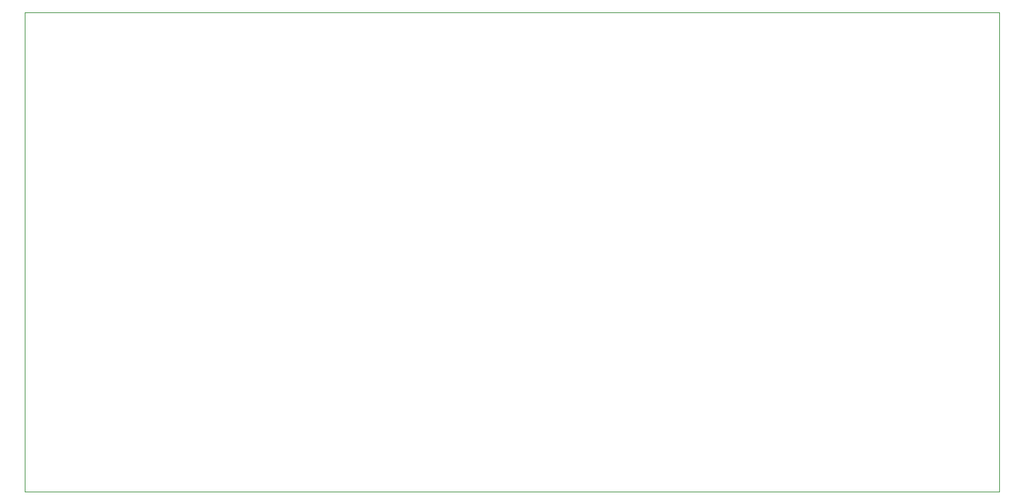
<source format=gbr>
G04 #@! TF.GenerationSoftware,KiCad,Pcbnew,5.1.3*
G04 #@! TF.CreationDate,2019-08-04T20:11:08-07:00*
G04 #@! TF.ProjectId,ap206-pll,61703230-362d-4706-9c6c-2e6b69636164,1*
G04 #@! TF.SameCoordinates,Original*
G04 #@! TF.FileFunction,Profile,NP*
%FSLAX46Y46*%
G04 Gerber Fmt 4.6, Leading zero omitted, Abs format (unit mm)*
G04 Created by KiCad (PCBNEW 5.1.3) date 2019-08-04 20:11:08*
%MOMM*%
%LPD*%
G04 APERTURE LIST*
%ADD10C,0.100000*%
G04 APERTURE END LIST*
D10*
X45000000Y-104000000D02*
X45000000Y-45000000D01*
X165000000Y-104000000D02*
X45000000Y-104000000D01*
X165000000Y-45000000D02*
X165000000Y-104000000D01*
X45000000Y-45000000D02*
X165000000Y-45000000D01*
M02*

</source>
